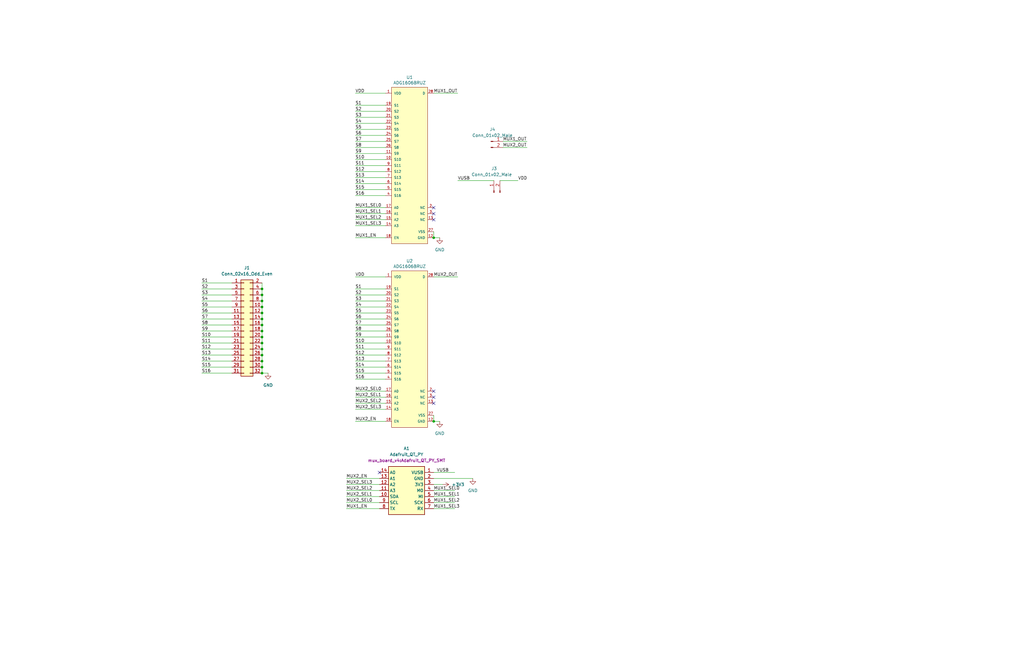
<source format=kicad_sch>
(kicad_sch (version 20211123) (generator eeschema)
  (paper "USLedger")
  (lib_symbols
    (symbol "ADG1606BRUZ_3" (pin_names (offset 1.016))
      (property "Reference" "U" (at 0 5.08 0))
      (property "Value" "ADG1606BRUZ_3" (at 0 7.62 0))
      (symbol "ADG1606BRUZ_3_1_1"
        (rectangle (start 5.08 2.54) (end 20.32 -63.5) (fill (type background)))
        (pin power_in line (at 2.54 0 0) (length 2.54) (name "VDD") (number "1"))
        (pin passive line (at 2.54 -27.94 0) (length 2.54) (name "S10") (number "10"))
        (pin passive line (at 2.54 -25.4 0) (length 2.54) (name "S9") (number "11"))
        (pin power_in line (at 22.86 -60.96 180) (length 2.54) (name "GND") (number "12"))
        (pin passive line (at 22.86 -53.34 180) (length 2.54) (name "NC") (number "13"))
        (pin input line (at 2.54 -55.88 0) (length 2.54) (name "A3") (number "14"))
        (pin input line (at 2.54 -53.34 0) (length 2.54) (name "A2") (number "15"))
        (pin input line (at 2.54 -50.8 0) (length 2.54) (name "A1") (number "16"))
        (pin input line (at 2.54 -48.26 0) (length 2.54) (name "A0") (number "17"))
        (pin input line (at 2.54 -60.96 0) (length 2.54) (name "EN") (number "18"))
        (pin passive line (at 2.54 -5.08 0) (length 2.54) (name "S1") (number "19"))
        (pin passive line (at 22.86 -48.26 180) (length 2.54) (name "NC") (number "2"))
        (pin passive line (at 2.54 -7.62 0) (length 2.54) (name "S2") (number "20"))
        (pin passive line (at 2.54 -10.16 0) (length 2.54) (name "S3") (number "21"))
        (pin passive line (at 2.54 -12.7 0) (length 2.54) (name "S4") (number "22"))
        (pin passive line (at 2.54 -15.24 0) (length 2.54) (name "S5") (number "23"))
        (pin passive line (at 2.54 -17.78 0) (length 2.54) (name "S6") (number "24"))
        (pin passive line (at 2.54 -20.32 0) (length 2.54) (name "S7") (number "25"))
        (pin passive line (at 2.54 -22.86 0) (length 2.54) (name "S8") (number "26"))
        (pin power_in line (at 22.86 -58.42 180) (length 2.54) (name "VSS") (number "27"))
        (pin passive line (at 22.86 0 180) (length 2.54) (name "D") (number "28"))
        (pin passive line (at 22.86 -50.8 180) (length 2.54) (name "NC") (number "3"))
        (pin passive line (at 2.54 -43.18 0) (length 2.54) (name "S16") (number "4"))
        (pin passive line (at 2.54 -40.64 0) (length 2.54) (name "S15") (number "5"))
        (pin passive line (at 2.54 -38.1 0) (length 2.54) (name "S14") (number "6"))
        (pin passive line (at 2.54 -35.56 0) (length 2.54) (name "S13") (number "7"))
        (pin passive line (at 2.54 -33.02 0) (length 2.54) (name "S12") (number "8"))
        (pin passive line (at 2.54 -30.48 0) (length 2.54) (name "S11") (number "9"))
      )
    )
    (symbol "Connector_Generic:Conn_02x16_Odd_Even" (pin_names (offset 1.016) hide)
      (property "Reference" "J" (at 1.27 20.32 0))
      (property "Value" "Conn_02x16_Odd_Even" (at 1.27 -22.86 0))
      (symbol "Conn_02x16_Odd_Even_1_1"
        (rectangle (start -1.27 -20.193) (end 0 -20.447) (stroke (width 0.1524)))
        (rectangle (start -1.27 -17.653) (end 0 -17.907) (stroke (width 0.1524)))
        (rectangle (start -1.27 -15.113) (end 0 -15.367) (stroke (width 0.1524)))
        (rectangle (start -1.27 -12.573) (end 0 -12.827) (stroke (width 0.1524)))
        (rectangle (start -1.27 -10.033) (end 0 -10.287) (stroke (width 0.1524)))
        (rectangle (start -1.27 -7.493) (end 0 -7.747) (stroke (width 0.1524)))
        (rectangle (start -1.27 -4.953) (end 0 -5.207) (stroke (width 0.1524)))
        (rectangle (start -1.27 -2.413) (end 0 -2.667) (stroke (width 0.1524)))
        (rectangle (start -1.27 0.127) (end 0 -0.127) (stroke (width 0.1524)))
        (rectangle (start -1.27 2.667) (end 0 2.413) (stroke (width 0.1524)))
        (rectangle (start -1.27 5.207) (end 0 4.953) (stroke (width 0.1524)))
        (rectangle (start -1.27 7.747) (end 0 7.493) (stroke (width 0.1524)))
        (rectangle (start -1.27 10.287) (end 0 10.033) (stroke (width 0.1524)))
        (rectangle (start -1.27 12.827) (end 0 12.573) (stroke (width 0.1524)))
        (rectangle (start -1.27 15.367) (end 0 15.113) (stroke (width 0.1524)))
        (rectangle (start -1.27 17.907) (end 0 17.653) (stroke (width 0.1524)))
        (rectangle (start -1.27 19.05) (end 3.81 -21.59) (stroke (width 0.254)) (fill (type background)))
        (rectangle (start 3.81 -20.193) (end 2.54 -20.447) (stroke (width 0.1524)))
        (rectangle (start 3.81 -17.653) (end 2.54 -17.907) (stroke (width 0.1524)))
        (rectangle (start 3.81 -15.113) (end 2.54 -15.367) (stroke (width 0.1524)))
        (rectangle (start 3.81 -12.573) (end 2.54 -12.827) (stroke (width 0.1524)))
        (rectangle (start 3.81 -10.033) (end 2.54 -10.287) (stroke (width 0.1524)))
        (rectangle (start 3.81 -7.493) (end 2.54 -7.747) (stroke (width 0.1524)))
        (rectangle (start 3.81 -4.953) (end 2.54 -5.207) (stroke (width 0.1524)))
        (rectangle (start 3.81 -2.413) (end 2.54 -2.667) (stroke (width 0.1524)))
        (rectangle (start 3.81 0.127) (end 2.54 -0.127) (stroke (width 0.1524)))
        (rectangle (start 3.81 2.667) (end 2.54 2.413) (stroke (width 0.1524)))
        (rectangle (start 3.81 5.207) (end 2.54 4.953) (stroke (width 0.1524)))
        (rectangle (start 3.81 7.747) (end 2.54 7.493) (stroke (width 0.1524)))
        (rectangle (start 3.81 10.287) (end 2.54 10.033) (stroke (width 0.1524)))
        (rectangle (start 3.81 12.827) (end 2.54 12.573) (stroke (width 0.1524)))
        (rectangle (start 3.81 15.367) (end 2.54 15.113) (stroke (width 0.1524)))
        (rectangle (start 3.81 17.907) (end 2.54 17.653) (stroke (width 0.1524)))
        (pin passive line (at -5.08 17.78 0) (length 3.81) (name "Pin_1") (number "1"))
        (pin passive line (at 7.62 7.62 180) (length 3.81) (name "Pin_10") (number "10"))
        (pin passive line (at -5.08 5.08 0) (length 3.81) (name "Pin_11") (number "11"))
        (pin passive line (at 7.62 5.08 180) (length 3.81) (name "Pin_12") (number "12"))
        (pin passive line (at -5.08 2.54 0) (length 3.81) (name "Pin_13") (number "13"))
        (pin passive line (at 7.62 2.54 180) (length 3.81) (name "Pin_14") (number "14"))
        (pin passive line (at -5.08 0 0) (length 3.81) (name "Pin_15") (number "15"))
        (pin passive line (at 7.62 0 180) (length 3.81) (name "Pin_16") (number "16"))
        (pin passive line (at -5.08 -2.54 0) (length 3.81) (name "Pin_17") (number "17"))
        (pin passive line (at 7.62 -2.54 180) (length 3.81) (name "Pin_18") (number "18"))
        (pin passive line (at -5.08 -5.08 0) (length 3.81) (name "Pin_19") (number "19"))
        (pin passive line (at 7.62 17.78 180) (length 3.81) (name "Pin_2") (number "2"))
        (pin passive line (at 7.62 -5.08 180) (length 3.81) (name "Pin_20") (number "20"))
        (pin passive line (at -5.08 -7.62 0) (length 3.81) (name "Pin_21") (number "21"))
        (pin passive line (at 7.62 -7.62 180) (length 3.81) (name "Pin_22") (number "22"))
        (pin passive line (at -5.08 -10.16 0) (length 3.81) (name "Pin_23") (number "23"))
        (pin passive line (at 7.62 -10.16 180) (length 3.81) (name "Pin_24") (number "24"))
        (pin passive line (at -5.08 -12.7 0) (length 3.81) (name "Pin_25") (number "25"))
        (pin passive line (at 7.62 -12.7 180) (length 3.81) (name "Pin_26") (number "26"))
        (pin passive line (at -5.08 -15.24 0) (length 3.81) (name "Pin_27") (number "27"))
        (pin passive line (at 7.62 -15.24 180) (length 3.81) (name "Pin_28") (number "28"))
        (pin passive line (at -5.08 -17.78 0) (length 3.81) (name "Pin_29") (number "29"))
        (pin passive line (at -5.08 15.24 0) (length 3.81) (name "Pin_3") (number "3"))
        (pin passive line (at 7.62 -17.78 180) (length 3.81) (name "Pin_30") (number "30"))
        (pin passive line (at -5.08 -20.32 0) (length 3.81) (name "Pin_31") (number "31"))
        (pin passive line (at 7.62 -20.32 180) (length 3.81) (name "Pin_32") (number "32"))
        (pin passive line (at 7.62 15.24 180) (length 3.81) (name "Pin_4") (number "4"))
        (pin passive line (at -5.08 12.7 0) (length 3.81) (name "Pin_5") (number "5"))
        (pin passive line (at 7.62 12.7 180) (length 3.81) (name "Pin_6") (number "6"))
        (pin passive line (at -5.08 10.16 0) (length 3.81) (name "Pin_7") (number "7"))
        (pin passive line (at 7.62 10.16 180) (length 3.81) (name "Pin_8") (number "8"))
        (pin passive line (at -5.08 7.62 0) (length 3.81) (name "Pin_9") (number "9"))
      )
    )
    (symbol "mux_board_v1:ADG1606BRUZ" (pin_names (offset 1.016))
      (property "Reference" "U" (at 0 5.08 0))
      (property "Value" "ADG1606BRUZ" (at 0 7.62 0))
      (symbol "ADG1606BRUZ_1_1"
        (rectangle (start 5.08 2.54) (end 20.32 -63.5) (fill (type background)))
        (pin power_in line (at 2.54 0 0) (length 2.54) (name "VDD") (number "1"))
        (pin passive line (at 2.54 -27.94 0) (length 2.54) (name "S10") (number "10"))
        (pin passive line (at 2.54 -25.4 0) (length 2.54) (name "S9") (number "11"))
        (pin power_in line (at 22.86 -60.96 180) (length 2.54) (name "GND") (number "12"))
        (pin passive line (at 22.86 -53.34 180) (length 2.54) (name "NC") (number "13"))
        (pin input line (at 2.54 -55.88 0) (length 2.54) (name "A3") (number "14"))
        (pin input line (at 2.54 -53.34 0) (length 2.54) (name "A2") (number "15"))
        (pin input line (at 2.54 -50.8 0) (length 2.54) (name "A1") (number "16"))
        (pin input line (at 2.54 -48.26 0) (length 2.54) (name "A0") (number "17"))
        (pin input line (at 2.54 -60.96 0) (length 2.54) (name "EN") (number "18"))
        (pin passive line (at 2.54 -5.08 0) (length 2.54) (name "S1") (number "19"))
        (pin passive line (at 22.86 -48.26 180) (length 2.54) (name "NC") (number "2"))
        (pin passive line (at 2.54 -7.62 0) (length 2.54) (name "S2") (number "20"))
        (pin passive line (at 2.54 -10.16 0) (length 2.54) (name "S3") (number "21"))
        (pin passive line (at 2.54 -12.7 0) (length 2.54) (name "S4") (number "22"))
        (pin passive line (at 2.54 -15.24 0) (length 2.54) (name "S5") (number "23"))
        (pin passive line (at 2.54 -17.78 0) (length 2.54) (name "S6") (number "24"))
        (pin passive line (at 2.54 -20.32 0) (length 2.54) (name "S7") (number "25"))
        (pin passive line (at 2.54 -22.86 0) (length 2.54) (name "S8") (number "26"))
        (pin power_in line (at 22.86 -58.42 180) (length 2.54) (name "VSS") (number "27"))
        (pin passive line (at 22.86 0 180) (length 2.54) (name "D") (number "28"))
        (pin passive line (at 22.86 -50.8 180) (length 2.54) (name "NC") (number "3"))
        (pin passive line (at 2.54 -43.18 0) (length 2.54) (name "S16") (number "4"))
        (pin passive line (at 2.54 -40.64 0) (length 2.54) (name "S15") (number "5"))
        (pin passive line (at 2.54 -38.1 0) (length 2.54) (name "S14") (number "6"))
        (pin passive line (at 2.54 -35.56 0) (length 2.54) (name "S13") (number "7"))
        (pin passive line (at 2.54 -33.02 0) (length 2.54) (name "S12") (number "8"))
        (pin passive line (at 2.54 -30.48 0) (length 2.54) (name "S11") (number "9"))
      )
    )
    (symbol "mux_board_v1:Conn_01x02_Male" (pin_names (offset 1.016) hide)
      (property "Reference" "J" (at 0 2.54 0))
      (property "Value" "Conn_01x02_Male" (at 0 -5.08 0))
      (symbol "Conn_01x02_Male_1_1"
        (polyline (pts (xy 1.27 -2.54) (xy 0.8636 -2.54)) (stroke (width 0.1524)))
        (polyline (pts (xy 1.27 0) (xy 0.8636 0)) (stroke (width 0.1524)))
        (rectangle (start 0.8636 -2.413) (end 0 -2.667) (stroke (width 0.1524)) (fill (type outline)))
        (rectangle (start 0.8636 0.127) (end 0 -0.127) (stroke (width 0.1524)) (fill (type outline)))
        (pin passive line (at 5.08 0 180) (length 3.81) (name "Pin_1") (number "1"))
        (pin passive line (at 5.08 -2.54 180) (length 3.81) (name "Pin_2") (number "2"))
      )
    )
    (symbol "mux_board_v3:Adafruit_QT_PY"
      (property "Reference" "A" (at -1.27 35.56 0))
      (property "Value" "Adafruit_QT_PY" (at -6.35 31.75 0))
      (property "Footprint" "mux_board_v3:Adafruit_QT_PY" (at 22.86 20.32 90))
      (symbol "Adafruit_QT_PY_0_0"
        (pin bidirectional line (at -11.43 17.78 0) (length 3.81) (name "SDA") (number "10"))
        (pin bidirectional line (at 11.43 17.78 180) (length 3.81) (name "MI") (number "5"))
        (pin bidirectional line (at 11.43 15.24 180) (length 3.81) (name "SCK") (number "6"))
        (pin bidirectional line (at 11.43 12.7 180) (length 3.81) (name "RX") (number "7"))
        (pin bidirectional line (at -11.43 12.7 0) (length 3.81) (name "TX") (number "8"))
        (pin bidirectional line (at -11.43 15.24 0) (length 3.81) (name "SCL") (number "9"))
      )
      (symbol "Adafruit_QT_PY_0_1"
        (rectangle (start -7.62 30.48) (end 7.62 10.16) (stroke (width 0.254)) (fill (type background)))
      )
      (symbol "Adafruit_QT_PY_1_1"
        (pin power_in line (at 11.43 27.94 180) (length 3.81) (name "VUSB") (number "1"))
        (pin bidirectional line (at -11.43 20.32 0) (length 3.81) (name "A3") (number "11"))
        (pin bidirectional line (at -11.43 22.86 0) (length 3.81) (name "A2") (number "12"))
        (pin bidirectional line (at -11.43 25.4 0) (length 3.81) (name "A1") (number "13"))
        (pin bidirectional line (at -11.43 27.94 0) (length 3.81) (name "A0") (number "14"))
        (pin power_in line (at 11.43 25.4 180) (length 3.81) (name "GND") (number "2"))
        (pin power_out line (at 11.43 22.86 180) (length 3.81) (name "3V3") (number "3"))
        (pin bidirectional line (at 11.43 20.32 180) (length 3.81) (name "M0") (number "4"))
      )
    )
    (symbol "power:+3.3V" (power) (pin_names (offset 0))
      (property "Value" "+3.3V" (at 0 3.556 0))
      (symbol "+3.3V_0_1"
        (polyline (pts (xy -0.762 1.27) (xy 0 2.54)))
        (polyline (pts (xy 0 0) (xy 0 2.54)))
        (polyline (pts (xy 0 2.54) (xy 0.762 1.27)))
      )
      (symbol "+3.3V_1_1"
        (pin power_in line (at 0 0 90) (length 0) hide (name "+3V3") (number "1"))
      )
    )
    (symbol "power:GND" (power) (pin_names (offset 0))
      (property "Value" "GND" (at 0 -3.81 0))
      (symbol "GND_0_1"
        (polyline (pts (xy 0 0) (xy 0 -1.27) (xy 1.27 -1.27) (xy 0 -2.54) (xy -1.27 -1.27) (xy 0 -1.27)))
      )
      (symbol "GND_1_1"
        (pin power_in line (at 0 0 270) (length 0) hide (name "GND") (number "1"))
      )
    )
  )
  (junction (at 110.49 147.32))
  (junction (at 110.49 142.24))
  (junction (at 110.49 121.92))
  (junction (at 110.49 139.7))
  (junction (at 110.49 157.48))
  (junction (at 110.49 134.62))
  (junction (at 110.49 152.4))
  (junction (at 182.88 177.8))
  (junction (at 110.49 124.46))
  (junction (at 110.49 154.94))
  (junction (at 110.49 129.54))
  (junction (at 110.49 132.08))
  (junction (at 110.49 144.78))
  (junction (at 110.49 137.16))
  (junction (at 182.88 100.33))
  (junction (at 110.49 149.86))
  (junction (at 110.49 127))
  (no_connect (at 182.88 170.18))
  (no_connect (at 182.88 167.64))
  (no_connect (at 182.88 165.1))
  (no_connect (at 182.88 87.63))
  (no_connect (at 182.88 90.17))
  (no_connect (at 182.88 92.71))
  (no_connect (at 160.02 199.39))
  (wire (pts (xy 149.86 134.62) (xy 162.56 134.62)))
  (wire (pts (xy 110.49 154.94) (xy 110.49 157.48)))
  (wire (pts (xy 149.86 90.17) (xy 162.56 90.17)))
  (wire (pts (xy 149.86 87.63) (xy 162.56 87.63)))
  (wire (pts (xy 149.86 46.99) (xy 162.56 46.99)))
  (wire (pts (xy 85.09 127) (xy 97.79 127)))
  (wire (pts (xy 110.49 149.86) (xy 110.49 152.4)))
  (wire (pts (xy 85.09 139.7) (xy 97.79 139.7)))
  (wire (pts (xy 182.88 199.39) (xy 191.77 199.39)))
  (wire (pts (xy 149.86 144.78) (xy 162.56 144.78)))
  (wire (pts (xy 110.49 152.4) (xy 110.49 154.94)))
  (wire (pts (xy 110.49 144.78) (xy 110.49 147.32)))
  (wire (pts (xy 149.86 124.46) (xy 162.56 124.46)))
  (wire (pts (xy 212.09 62.23) (xy 222.25 62.23)))
  (wire (pts (xy 146.05 214.63) (xy 160.02 214.63)))
  (wire (pts (xy 149.86 129.54) (xy 162.56 129.54)))
  (wire (pts (xy 110.49 124.46) (xy 110.49 127)))
  (wire (pts (xy 149.86 52.07) (xy 162.56 52.07)))
  (wire (pts (xy 182.88 212.09) (xy 191.77 212.09)))
  (wire (pts (xy 149.86 157.48) (xy 162.56 157.48)))
  (wire (pts (xy 149.86 167.64) (xy 162.56 167.64)))
  (wire (pts (xy 110.49 142.24) (xy 110.49 144.78)))
  (wire (pts (xy 85.09 152.4) (xy 97.79 152.4)))
  (wire (pts (xy 110.49 147.32) (xy 110.49 149.86)))
  (wire (pts (xy 182.88 207.01) (xy 191.77 207.01)))
  (wire (pts (xy 146.05 204.47) (xy 160.02 204.47)))
  (wire (pts (xy 149.86 80.01) (xy 162.56 80.01)))
  (wire (pts (xy 149.86 170.18) (xy 162.56 170.18)))
  (wire (pts (xy 85.09 147.32) (xy 97.79 147.32)))
  (wire (pts (xy 149.86 149.86) (xy 162.56 149.86)))
  (wire (pts (xy 149.86 95.25) (xy 162.56 95.25)))
  (wire (pts (xy 149.86 74.93) (xy 162.56 74.93)))
  (wire (pts (xy 85.09 149.86) (xy 97.79 149.86)))
  (wire (pts (xy 149.86 154.94) (xy 162.56 154.94)))
  (wire (pts (xy 85.09 157.48) (xy 97.79 157.48)))
  (wire (pts (xy 85.09 142.24) (xy 97.79 142.24)))
  (wire (pts (xy 182.88 177.8) (xy 185.42 177.8)))
  (wire (pts (xy 182.88 97.79) (xy 182.88 100.33)))
  (wire (pts (xy 149.86 139.7) (xy 162.56 139.7)))
  (wire (pts (xy 149.86 64.77) (xy 162.56 64.77)))
  (wire (pts (xy 85.09 121.92) (xy 97.79 121.92)))
  (wire (pts (xy 149.86 49.53) (xy 162.56 49.53)))
  (wire (pts (xy 149.86 160.02) (xy 162.56 160.02)))
  (wire (pts (xy 110.49 134.62) (xy 110.49 137.16)))
  (wire (pts (xy 149.86 127) (xy 162.56 127)))
  (wire (pts (xy 149.86 137.16) (xy 162.56 137.16)))
  (wire (pts (xy 210.82 76.2) (xy 218.44 76.2)))
  (wire (pts (xy 110.49 157.48) (xy 113.03 157.48)))
  (wire (pts (xy 149.86 62.23) (xy 162.56 62.23)))
  (wire (pts (xy 212.09 59.69) (xy 222.25 59.69)))
  (wire (pts (xy 149.86 44.45) (xy 162.56 44.45)))
  (wire (pts (xy 146.05 212.09) (xy 160.02 212.09)))
  (wire (pts (xy 110.49 129.54) (xy 110.49 132.08)))
  (wire (pts (xy 85.09 132.08) (xy 97.79 132.08)))
  (wire (pts (xy 146.05 209.55) (xy 160.02 209.55)))
  (wire (pts (xy 146.05 201.93) (xy 160.02 201.93)))
  (wire (pts (xy 110.49 139.7) (xy 110.49 142.24)))
  (wire (pts (xy 85.09 134.62) (xy 97.79 134.62)))
  (wire (pts (xy 182.88 204.47) (xy 186.69 204.47)))
  (wire (pts (xy 110.49 121.92) (xy 110.49 124.46)))
  (wire (pts (xy 149.86 177.8) (xy 162.56 177.8)))
  (wire (pts (xy 149.86 57.15) (xy 162.56 57.15)))
  (wire (pts (xy 149.86 67.31) (xy 162.56 67.31)))
  (wire (pts (xy 149.86 82.55) (xy 162.56 82.55)))
  (wire (pts (xy 149.86 39.37) (xy 162.56 39.37)))
  (wire (pts (xy 149.86 77.47) (xy 162.56 77.47)))
  (wire (pts (xy 85.09 119.38) (xy 97.79 119.38)))
  (wire (pts (xy 149.86 72.39) (xy 162.56 72.39)))
  (wire (pts (xy 149.86 142.24) (xy 162.56 142.24)))
  (wire (pts (xy 110.49 119.38) (xy 110.49 121.92)))
  (wire (pts (xy 85.09 129.54) (xy 97.79 129.54)))
  (wire (pts (xy 182.88 214.63) (xy 191.77 214.63)))
  (wire (pts (xy 149.86 132.08) (xy 162.56 132.08)))
  (wire (pts (xy 182.88 39.37) (xy 193.04 39.37)))
  (wire (pts (xy 149.86 152.4) (xy 162.56 152.4)))
  (wire (pts (xy 182.88 100.33) (xy 185.42 100.33)))
  (wire (pts (xy 146.05 207.01) (xy 160.02 207.01)))
  (wire (pts (xy 149.86 100.33) (xy 162.56 100.33)))
  (wire (pts (xy 182.88 201.93) (xy 199.39 201.93)))
  (wire (pts (xy 149.86 92.71) (xy 162.56 92.71)))
  (wire (pts (xy 149.86 165.1) (xy 162.56 165.1)))
  (wire (pts (xy 85.09 137.16) (xy 97.79 137.16)))
  (wire (pts (xy 182.88 116.84) (xy 193.04 116.84)))
  (wire (pts (xy 149.86 69.85) (xy 162.56 69.85)))
  (wire (pts (xy 182.88 175.26) (xy 182.88 177.8)))
  (wire (pts (xy 85.09 144.78) (xy 97.79 144.78)))
  (wire (pts (xy 85.09 124.46) (xy 97.79 124.46)))
  (wire (pts (xy 110.49 137.16) (xy 110.49 139.7)))
  (wire (pts (xy 193.04 76.2) (xy 208.28 76.2)))
  (wire (pts (xy 149.86 59.69) (xy 162.56 59.69)))
  (wire (pts (xy 149.86 121.92) (xy 162.56 121.92)))
  (wire (pts (xy 149.86 54.61) (xy 162.56 54.61)))
  (wire (pts (xy 85.09 154.94) (xy 97.79 154.94)))
  (wire (pts (xy 149.86 172.72) (xy 162.56 172.72)))
  (wire (pts (xy 110.49 132.08) (xy 110.49 134.62)))
  (wire (pts (xy 110.49 127) (xy 110.49 129.54)))
  (wire (pts (xy 182.88 209.55) (xy 191.77 209.55)))
  (wire (pts (xy 149.86 147.32) (xy 162.56 147.32)))
  (wire (pts (xy 149.86 116.84) (xy 162.56 116.84)))
  (label "S12" (at 149.86 149.86 0))
  (label "S2" (at 149.86 124.46 0))
  (label "S9" (at 85.09 139.7 0))
  (label "S13" (at 85.09 149.86 0))
  (label "S2" (at 149.86 46.99 0))
  (label "S14" (at 85.09 152.4 0))
  (label "S5" (at 149.86 132.08 0))
  (label "S3" (at 85.09 124.46 0))
  (label "S10" (at 85.09 142.24 0))
  (label "S5" (at 149.86 54.61 0))
  (label "MUX2_SEL2" (at 146.05 207.01 0))
  (label "MUX1_SEL3" (at 182.88 214.63 0))
  (label "S3" (at 149.86 49.53 0))
  (label "S7" (at 85.09 134.62 0))
  (label "S16" (at 149.86 160.02 0))
  (label "VDD" (at 149.86 39.37 0))
  (label "S8" (at 149.86 139.7 0))
  (label "MUX2_SEL0" (at 146.05 212.09 0))
  (label "MUX2_SEL1" (at 146.05 209.55 0))
  (label "S4" (at 149.86 52.07 0))
  (label "VUSB" (at 184.15 199.39 0))
  (label "S13" (at 149.86 152.4 0))
  (label "MUX1_SEL2" (at 149.86 92.71 0))
  (label "MUX2_SEL0" (at 149.86 165.1 0))
  (label "S1" (at 85.09 119.38 0))
  (label "MUX1_EN" (at 146.05 214.63 0))
  (label "MUX2_OUT" (at 212.09 62.23 0))
  (label "S3" (at 149.86 127 0))
  (label "S2" (at 85.09 121.92 0))
  (label "S6" (at 149.86 57.15 0))
  (label "S15" (at 149.86 80.01 0))
  (label "MUX2_EN" (at 149.86 177.8 0))
  (label "S16" (at 85.09 157.48 0))
  (label "S11" (at 85.09 144.78 0))
  (label "S9" (at 149.86 142.24 0))
  (label "S7" (at 149.86 59.69 0))
  (label "S16" (at 149.86 82.55 0))
  (label "MUX1_OUT" (at 182.88 39.37 0))
  (label "S10" (at 149.86 67.31 0))
  (label "S1" (at 149.86 44.45 0))
  (label "S8" (at 149.86 62.23 0))
  (label "VDD" (at 149.86 116.84 0))
  (label "MUX2_EN" (at 146.05 201.93 0))
  (label "S12" (at 85.09 147.32 0))
  (label "MUX2_SEL3" (at 149.86 172.72 0))
  (label "S14" (at 149.86 154.94 0))
  (label "MUX2_SEL2" (at 149.86 170.18 0))
  (label "MUX2_OUT" (at 182.88 116.84 0))
  (label "MUX2_SEL3" (at 146.05 204.47 0))
  (label "VUSB" (at 193.04 76.2 0))
  (label "MUX1_EN" (at 149.86 100.33 0))
  (label "MUX1_OUT" (at 212.09 59.69 0))
  (label "S14" (at 149.86 77.47 0))
  (label "MUX1_SEL1" (at 149.86 90.17 0))
  (label "MUX1_SEL3" (at 149.86 95.25 0))
  (label "S12" (at 149.86 72.39 0))
  (label "S7" (at 149.86 137.16 0))
  (label "MUX1_SEL2" (at 182.88 212.09 0))
  (label "S4" (at 85.09 127 0))
  (label "S11" (at 149.86 147.32 0))
  (label "S15" (at 149.86 157.48 0))
  (label "MUX1_SEL0" (at 182.88 207.01 0))
  (label "MUX2_SEL1" (at 149.86 167.64 0))
  (label "S6" (at 85.09 132.08 0))
  (label "S15" (at 85.09 154.94 0))
  (label "MUX1_SEL0" (at 149.86 87.63 0))
  (label "S1" (at 149.86 121.92 0))
  (label "S6" (at 149.86 134.62 0))
  (label "S11" (at 149.86 69.85 0))
  (label "MUX1_SEL1" (at 182.88 209.55 0))
  (label "S13" (at 149.86 74.93 0))
  (label "S10" (at 149.86 144.78 0))
  (label "S8" (at 85.09 137.16 0))
  (label "VDD" (at 218.44 76.2 0))
  (label "S4" (at 149.86 129.54 0))
  (label "S9" (at 149.86 64.77 0))
  (label "S5" (at 85.09 129.54 0))
  (symbol (lib_id "mux_board_v1:ADG1606BRUZ") (at 160.02 39.37 0) (unit 1)
    (property "Reference" "U1" (at 172.72 32.639 0))
    (property "Value" "ADG1606BRUZ" (at 172.72 34.9504 0))
    (property "Footprint" "mux_board_v2:Analog_Devices-RU-28-0-0-IPC_A" (effects hide))
    (property "Datasheet" "https://www.analog.com/media/en/technical-documentation/data-sheets/ADG1606_1607.pdf" (effects hide))
    (property "-3dB bandwith" "21MHz" (effects hide))
    (property "automotive" "No" (effects hide))
    (property "category" "IC" (effects hide))
    (property "ciiva ids" "1216611" (effects hide))
    (property "device class L1" "Integrated Circuits (ICs)" (effects hide))
    (property "device class L2" "Interface ICs" (effects hide))
    (property "device class L3" "Multiplexers" (effects hide))
    (property "digikey description" "IC MULTIPLEXER 1 X 16 28TSSOP" (effects hide))
    (property "digikey part number" "ADG1606BRUZ-ND" (effects hide))
    (property "height" "1.2mm" (effects hide))
    (property "ipc land pattern name" "SOP65P640X120-28" (effects hide))
    (property "lead free" "Yes" (effects hide))
    (property "library id" "9951777a5a1efd18" (effects hide))
    (property "manufacturer" "Analog Devices" (effects hide))
    (property "max junction temp" "+150°C" (effects hide))
    (property "max supply voltage" "16V" (effects hide))
    (property "min supply voltage" "3.3V" (effects hide))
    (property "mouser description" "Multiplexer Switch ICs 16:1 21MHz 4 Ohm iCMOS Diff" (effects hide))
    (property "mouser part number" "584-ADG1606BRUZ" (effects hide))
    (property "mux demux ratio" "16:1" (effects hide))
    (property "nominal supply current" "300uA" (effects hide))
    (property "number of circuits" "16" (effects hide))
    (property "obsolete part" "false" (effects hide))
    (property "on state resistance" "4.5Ω" (effects hide))
    (property "package" "TSSOP28" (effects hide))
    (property "release date" "1391089322" (effects hide))
    (property "rohs" "Yes" (effects hide))
    (property "standoff height" "0.05mm" (effects hide))
    (property "temperature range high" "+125°C" (effects hide))
    (property "temperature range low" "-40°C" (effects hide))
  )
  (symbol (lib_name "ADG1606BRUZ_3") (lib_id "mux_board_v1:ADG1606BRUZ") (at 160.02 116.84 0) (unit 1)
    (property "Reference" "U2" (at 172.72 110.109 0))
    (property "Value" "ADG1606BRUZ" (at 172.72 112.4204 0))
    (property "Footprint" "mux_board_v2:Analog_Devices-RU-28-0-0-IPC_A" (effects hide))
    (property "Datasheet" "https://www.analog.com/media/en/technical-documentation/data-sheets/ADG1606_1607.pdf" (effects hide))
    (property "-3dB bandwith" "21MHz" (effects hide))
    (property "automotive" "No" (effects hide))
    (property "category" "IC" (effects hide))
    (property "ciiva ids" "1216611" (effects hide))
    (property "device class L1" "Integrated Circuits (ICs)" (effects hide))
    (property "device class L2" "Interface ICs" (effects hide))
    (property "device class L3" "Multiplexers" (effects hide))
    (property "digikey description" "IC MULTIPLEXER 1 X 16 28TSSOP" (effects hide))
    (property "digikey part number" "ADG1606BRUZ-ND" (effects hide))
    (property "height" "1.2mm" (effects hide))
    (property "ipc land pattern name" "SOP65P640X120-28" (effects hide))
    (property "lead free" "Yes" (effects hide))
    (property "library id" "9951777a5a1efd18" (effects hide))
    (property "manufacturer" "Analog Devices" (effects hide))
    (property "max junction temp" "+150°C" (effects hide))
    (property "max supply voltage" "16V" (effects hide))
    (property "min supply voltage" "3.3V" (effects hide))
    (property "mouser description" "Multiplexer Switch ICs 16:1 21MHz 4 Ohm iCMOS Diff" (effects hide))
    (property "mouser part number" "584-ADG1606BRUZ" (effects hide))
    (property "mux demux ratio" "16:1" (effects hide))
    (property "nominal supply current" "300uA" (effects hide))
    (property "number of circuits" "16" (effects hide))
    (property "obsolete part" "false" (effects hide))
    (property "on state resistance" "4.5Ω" (effects hide))
    (property "package" "TSSOP28" (effects hide))
    (property "release date" "1391089322" (effects hide))
    (property "rohs" "Yes" (effects hide))
    (property "standoff height" "0.05mm" (effects hide))
    (property "temperature range high" "+125°C" (effects hide))
    (property "temperature range low" "-40°C" (effects hide))
  )
  (symbol (lib_id "power:GND") (at 199.39 201.93 0) (unit 1)
    (property "Reference" "#PWR0103" (effects hide))
    (property "Value" "GND" (at 199.39 207.01 0))
  )
  (symbol (lib_id "power:+3.3V") (at 186.69 204.47 270) (unit 1)
    (property "Reference" "#PWR0104" (effects hide))
    (property "Value" "+3.3V" (at 190.5 204.4699 90) (effects (justify left)))
  )
  (symbol (lib_id "mux_board_v1:Conn_01x02_Male") (at 208.28 81.28 90) (unit 1)
    (property "Reference" "J3" (at 209.55 71.12 90) (effects (justify left)))
    (property "Value" "Conn_01x02_Male" (at 215.9 73.66 90) (effects (justify left)))
    (property "Footprint" "mux_board_v2:PinHeader_1x02_P2.54mm_Vertical" (effects hide))
  )
  (symbol (lib_id "power:GND") (at 185.42 100.33 0) (unit 1)
    (property "Reference" "#PWR0112" (effects hide))
    (property "Value" "GND" (at 185.42 105.41 0))
  )
  (symbol (lib_id "mux_board_v3:Adafruit_QT_PY") (at 171.45 227.33 0) (unit 1)
    (property "Reference" "A1" (at 171.45 189.23 0))
    (property "Value" "Adafruit_QT_PY" (at 171.45 191.77 0))
    (property "Footprint" "mux_board_v4:Adafruit_QT_PY_SMT" (at 171.45 194.31 0))
    (property "Datasheet" "https://www.adafruit.com/product/4600" (effects hide))
  )
  (symbol (lib_id "power:GND") (at 185.42 177.8 0) (unit 1)
    (property "Reference" "#PWR0101" (effects hide))
    (property "Value" "GND" (at 185.42 182.88 0))
  )
  (symbol (lib_id "power:GND") (at 113.03 157.48 0) (unit 1)
    (property "Reference" "#PWR0102" (effects hide))
    (property "Value" "GND" (at 113.03 162.56 0))
  )
  (symbol (lib_id "Connector_Generic:Conn_02x16_Odd_Even") (at 102.87 137.16 0) (unit 1)
    (property "Reference" "J1" (at 104.14 113.03 0))
    (property "Value" "Conn_02x16_Odd_Even" (at 104.14 115.57 0))
    (property "Footprint" "Connector_PinHeader_2.54mm:PinHeader_2x16_P2.54mm_Vertical" (effects hide))
  )
  (symbol (lib_id "mux_board_v1:Conn_01x02_Male") (at 207.01 59.69 0) (unit 1)
    (property "Reference" "J4" (at 207.645 54.61 0))
    (property "Value" "Conn_01x02_Male" (at 207.645 57.15 0))
    (property "Footprint" "mux_board_v2:PinHeader_1x02_P2.54mm_Vertical" (effects hide))
  )
)
</source>
